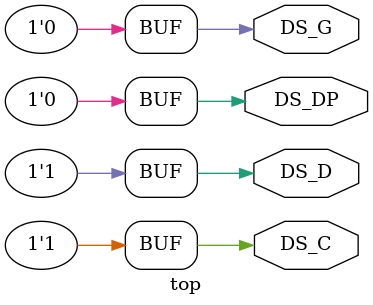
<source format=v>
module top(
	//Dual Purpose Pin LED
	output DS_C,DS_D,DS_G,DS_DP
);


assign DS_C 	= 1'b1;
assign DS_D 	= 1'b1;
assign DS_G 	= 1'b0;
assign DS_DP 	= 1'b0;

	
endmodule


</source>
